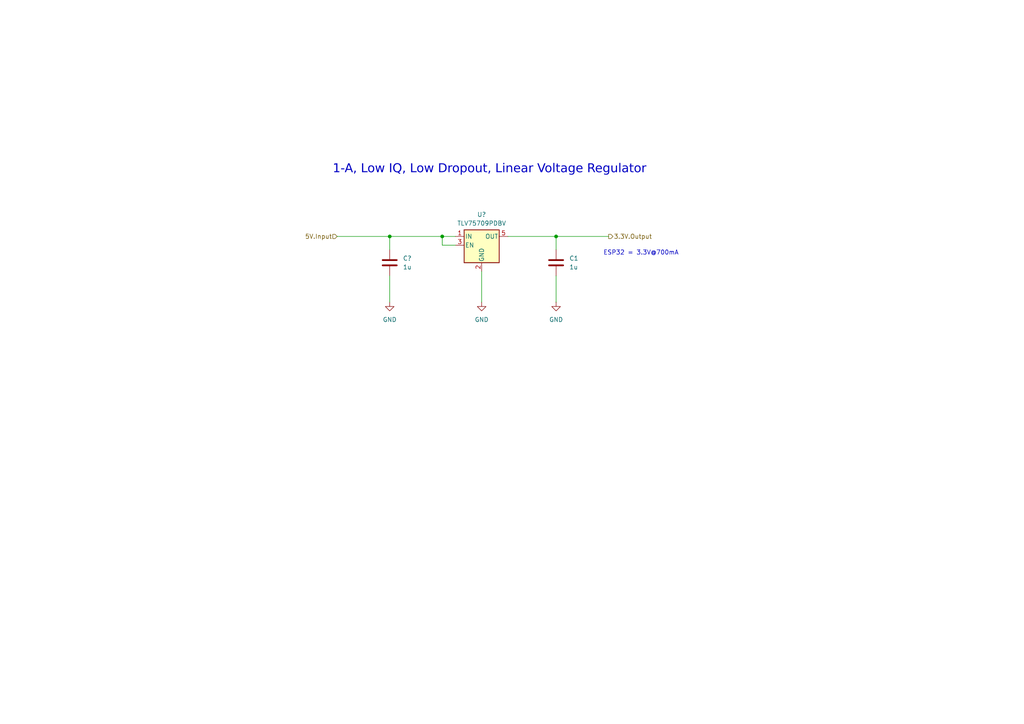
<source format=kicad_sch>
(kicad_sch (version 20250114) (generator "eeschema") (generator_version "9.0")
  (paper "A4")
  (lib_symbols
    (symbol "Device:C" (pin_numbers (hide yes)) (pin_names (offset 0.254))
      (property "Reference" "C" (at 0.635 2.54 0))
      (property "Value" "C" (at 0.635 -2.54 0))
      (symbol "C_0_1"
        (polyline (pts (xy -2.032 0.762) (xy 2.032 0.762)) (stroke (width 0.508)))
        (polyline (pts (xy -2.032 -0.762) (xy 2.032 -0.762)) (stroke (width 0.508)))
      )
      (symbol "C_1_1"
        (pin passive line (at 0 3.81 270) (length 2.794) (name "~") (number "1"))
        (pin passive line (at 0 -3.81 90) (length 2.794) (name "~") (number "2"))
      )
    )
    (symbol "Regulator_Linear:TLV75709PDBV" (pin_names (offset 0.254))
      (property "Reference" "U" (at -3.81 5.715 0))
      (property "Value" "TLV75709PDBV" (at 0 5.715 0))
      (symbol "TLV75709PDBV_0_1"
        (rectangle (start -5.08 4.445) (end 5.08 -5.08) (stroke (width 0.254)) (fill (type background)))
      )
      (symbol "TLV75709PDBV_1_1"
        (pin power_in line (at -7.62 2.54 0) (length 2.54) (name "IN") (number "1"))
        (pin input line (at -7.62 0 0) (length 2.54) (name "EN") (number "3"))
        (pin power_in line (at 0 -7.62 90) (length 2.54) (name "GND") (number "2"))
        (pin no_connect line (at 5.08 0 180) (length 2.54) (hide yes) (name "NC") (number "4"))
        (pin power_out line (at 7.62 2.54 180) (length 2.54) (name "OUT") (number "5"))
      )
    )
    (symbol "power:GND" (power) (pin_numbers (hide yes)) (pin_names (offset 0) (hide yes))
      (property "Value" "GND" (at 0 -3.81 0))
      (symbol "GND_0_1"
        (polyline (pts (xy 0 0) (xy 0 -1.27) (xy 1.27 -1.27) (xy 0 -2.54) (xy -1.27 -1.27) (xy 0 -1.27)))
      )
      (symbol "GND_1_1"
        (pin power_in line (at 0 0 270) (length 0) (name "~") (number "1"))
      )
    )
  )
  (text "1-A, Low IQ, Low Dropout, Linear Voltage Regulator" (at 141.986 49.784 0) (effects (font (size 2.54 2.54))))
  (text "ESP32 = 3.3V@700mA" (at 185.928 73.406 0) (effects (font (size 1.27 1.27))))
  (junction (at 161.29 68.58))
  (junction (at 113.03 68.58))
  (junction (at 128.27 68.58))
  (wire (pts (xy 161.29 68.58) (xy 161.29 72.39)))
  (wire (pts (xy 161.29 80.01) (xy 161.29 87.63)))
  (wire (pts (xy 128.27 71.12) (xy 128.27 68.58)))
  (wire (pts (xy 97.79 68.58) (xy 113.03 68.58)))
  (wire (pts (xy 139.7 78.74) (xy 139.7 87.63)))
  (wire (pts (xy 161.29 68.58) (xy 176.53 68.58)))
  (wire (pts (xy 132.08 71.12) (xy 128.27 71.12)))
  (wire (pts (xy 113.03 80.01) (xy 113.03 87.63)))
  (wire (pts (xy 147.32 68.58) (xy 161.29 68.58)))
  (wire (pts (xy 113.03 72.39) (xy 113.03 68.58)))
  (wire (pts (xy 128.27 68.58) (xy 132.08 68.58)))
  (wire (pts (xy 113.03 68.58) (xy 128.27 68.58)))
  (hierarchical_label "5V.Input" (shape input) (at 97.79 68.58 180))
  (hierarchical_label "3.3V.Output" (shape output) (at 176.53 68.58 0))
  (symbol (lib_id "Device:C") (at 113.03 76.2 0) (unit 1)
    (property "Reference" "C?" (at 116.84 74.9299 0) (effects (justify left)))
    (property "Value" "1u" (at 116.84 77.4699 0) (effects (justify left)))
    (property "Description" "Unpolarized capacitor" (effects (hide yes)))
  )
  (symbol (lib_id "Regulator_Linear:TLV75709PDBV") (at 139.7 71.12 0) (unit 1)
    (property "Reference" "U?" (at 139.7 62.23 0))
    (property "Value" "TLV75709PDBV" (at 139.7 64.77 0))
    (property "Footprint" "Package_TO_SOT_SMD:SOT-23-5" (effects (hide yes)))
    (property "Datasheet" "https://www.ti.com/lit/ds/symlink/tlv757p.pdf" (effects (hide yes)))
    (property "Description" "1A Low IQ Small Size Low Dropout Voltage Regulator, Fixed Output 0.9V, SOT-23-5" (effects (hide yes)))
  )
  (symbol (lib_id "Device:C") (at 161.29 76.2 0) (unit 1)
    (property "Reference" "C1" (at 165.1 74.9299 0) (effects (justify left)))
    (property "Value" "1u" (at 165.1 77.4699 0) (effects (justify left)))
    (property "Description" "Unpolarized capacitor" (effects (hide yes)))
  )
  (symbol (lib_id "power:GND") (at 139.7 87.63 0) (unit 1)
    (property "Reference" "#PWR01" (effects (hide yes)))
    (property "Value" "GND" (at 139.7 92.71 0))
    (property "Description" "Power symbol creates a global label with name \"GND\" , ground" (effects (hide yes)))
  )
  (symbol (lib_id "power:GND") (at 161.29 87.63 0) (unit 1)
    (property "Reference" "#PWR03" (effects (hide yes)))
    (property "Value" "GND" (at 161.29 92.71 0))
    (property "Description" "Power symbol creates a global label with name \"GND\" , ground" (effects (hide yes)))
  )
  (symbol (lib_id "power:GND") (at 113.03 87.63 0) (unit 1)
    (property "Reference" "#PWR02" (effects (hide yes)))
    (property "Value" "GND" (at 113.03 92.71 0))
    (property "Description" "Power symbol creates a global label with name \"GND\" , ground" (effects (hide yes)))
  )
)
</source>
